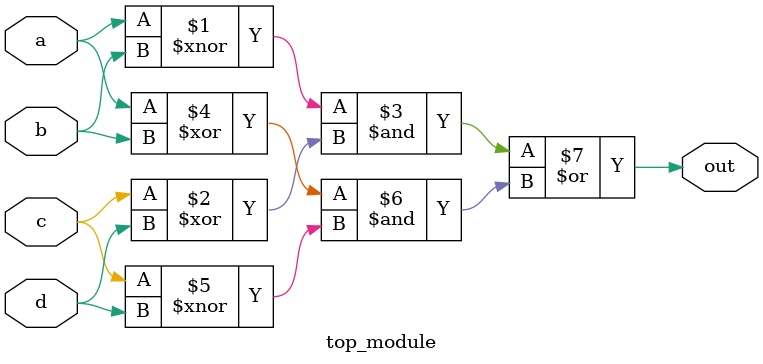
<source format=v>
module top_module(
    input a,
    input b,
    input c,
    input d,
    output out  
    );

    assign out = ((a ~^ b) & (c ^ d)) | ((a ^ b) & (c ~^ d)); 

endmodule

</source>
